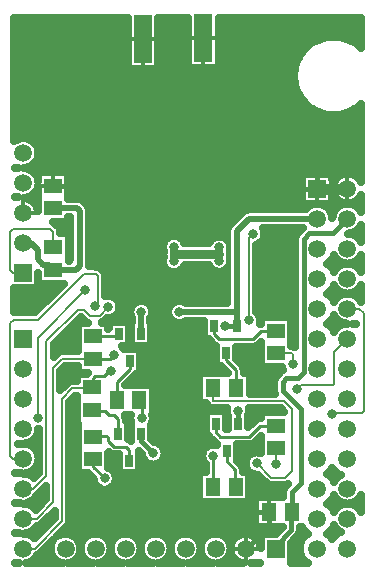
<source format=gbr>
G04 DipTrace 3.0.0.1*
G04 Bottom.gbr*
%MOIN*%
G04 #@! TF.FileFunction,Copper,L2,Bot*
G04 #@! TF.Part,Single*
G04 #@! TA.AperFunction,Conductor*
%ADD10C,0.01*%
%ADD14C,0.007*%
%ADD15C,0.015*%
%ADD16C,0.035*%
%ADD18C,0.02*%
G04 #@! TA.AperFunction,CopperBalancing*
%ADD19C,0.025*%
G04 #@! TA.AperFunction,Conductor*
%ADD20C,0.03*%
G04 #@! TA.AperFunction,CopperBalancing*
%ADD21C,0.012992*%
%ADD22R,0.059843X0.159843*%
%ADD24R,0.051181X0.059055*%
%ADD25R,0.059055X0.051181*%
G04 #@! TA.AperFunction,ComponentPad*
%ADD26R,0.059055X0.059055*%
%ADD27C,0.059055*%
%ADD29R,0.025591X0.041339*%
G04 #@! TA.AperFunction,ViaPad*
%ADD32C,0.031496*%
%FSLAX26Y26*%
G04*
G70*
G90*
G75*
G01*
G04 Bottom*
%LPD*%
X1299213Y1125984D2*
D14*
X1350788D1*
X1354725Y1122047D1*
Y1091732D1*
X1299213Y811024D2*
Y759843D1*
X1300000Y759055D1*
X1276299Y599103D2*
D15*
Y554457D1*
X1197449Y475607D1*
X718504Y634646D2*
X909449D1*
X1056693Y568898D2*
X975197D1*
X909449Y634646D1*
X1276299Y599103D2*
X1086898D1*
X1056693Y568898D1*
X619685Y835827D2*
D10*
Y601969D1*
X661418Y560236D1*
X556168Y1685192D2*
D15*
X621281D1*
X669292Y1733202D1*
X1437126Y1675701D2*
Y1745158D1*
X1292061Y1890223D1*
X1117984Y1385701D2*
X1121921D1*
X1140158Y1403937D1*
Y1578347D1*
X1236614Y1674803D1*
X1436229D1*
X1437126Y1675701D1*
X1117984Y1385701D2*
X986488D1*
X938977Y1338189D1*
X914173Y1313386D1*
Y828740D1*
X928740Y814173D1*
Y653937D1*
X909449Y634646D1*
X1537126Y1675701D2*
D16*
X1437126D1*
X813780Y1338189D2*
D15*
X938977D1*
X1097701Y891701D2*
D10*
Y863323D1*
X1112599Y848425D1*
X1210236D1*
X1247244Y885433D1*
X1298819D1*
X1299213Y885827D1*
X456764Y1493496D2*
D18*
X482488D1*
X504725Y1471260D1*
Y1439764D1*
X524016Y1420473D1*
X541995D1*
X557349Y1405118D1*
X556168Y1610389D2*
X636068D1*
X644488Y1601969D1*
Y1416929D1*
X632677Y1405118D1*
X557349D1*
X1297449Y475607D2*
D15*
Y484063D1*
X1350000Y536614D1*
Y598000D1*
X1351103Y599103D1*
Y663701D1*
X1381496Y694095D1*
Y941732D1*
X1321260Y1001969D1*
Y1032284D1*
X1333465Y1044488D1*
X1370866D1*
X1390945Y1064567D1*
Y1508662D1*
X1409843Y1527559D1*
X1488984D1*
X1537126Y1575701D1*
X958662Y1482284D2*
D19*
Y1457389D1*
Y1433465D1*
X1109843Y1435701D2*
Y1457389D1*
Y1479528D1*
D20*
D3*
X958662Y1482284D2*
D3*
X1109843Y1457389D2*
X958662D1*
X456764Y1393496D2*
D14*
X421465D1*
X412205Y1402756D1*
Y1531890D1*
X421654Y1541339D1*
X546851D1*
X556299Y1531890D1*
Y1480971D1*
X557349Y1479921D1*
X505512Y910630D2*
Y1178347D1*
X663780Y1336614D1*
X457349Y775722D2*
X421523D1*
X412205Y785040D1*
Y1225984D1*
X424803Y1238583D1*
X506693D1*
X660236Y1392126D1*
X698425D1*
X706299Y1384252D1*
Y1296063D1*
X694095Y1283858D1*
X457349Y675722D2*
X490683D1*
X533858Y718898D1*
Y1166142D1*
X638189Y1270473D1*
X659055D1*
X677559Y1251969D1*
X711024D1*
X739764Y1280709D1*
X687701Y1107898D2*
D10*
X745299D1*
X759843Y1122441D1*
X457349Y575722D2*
D14*
X501706D1*
X556299Y630315D1*
Y1079134D1*
X586221Y1109055D1*
X686544D1*
X687701Y1107898D1*
X750000Y1067323D2*
D10*
X741732D1*
X724410Y1050000D1*
X694882D1*
X690158Y1045276D1*
Y1015961D1*
X687299Y1013103D1*
X457349Y475722D2*
D14*
X494226D1*
X585040Y566536D1*
Y975197D1*
X619292Y1009449D1*
X683646D1*
X687299Y1013103D1*
X1209449Y1236221D2*
Y1510630D1*
X1223229Y1524410D1*
X1089898Y1010701D2*
Y968244D1*
X1089370Y967717D1*
X1324803D1*
X1351575Y940945D1*
Y734646D1*
X1329134Y712205D1*
X1281890D1*
X1234646Y759449D1*
X1093496Y1216654D2*
D10*
Y1190362D1*
X1109843Y1174016D1*
X1223622D1*
X1250000Y1200394D1*
X1298819D1*
X1299213Y1200788D1*
X1437126Y1575701D2*
D18*
X1209559D1*
X1167717Y1533858D1*
Y1217236D1*
X1168299Y1216654D1*
X849827Y1190575D2*
Y1264173D1*
X976772D2*
X1161418D1*
X1168299Y1256504D1*
Y1216654D1*
X847827Y858575D2*
D15*
Y835244D1*
X890158Y792914D1*
X1172504Y891701D2*
Y933528D1*
X1129921Y1216929D2*
X1168575D1*
X1168299Y1216654D1*
X1135103Y801150D2*
D10*
Y766079D1*
X1163780Y737402D1*
Y681425D1*
X1164504Y680701D1*
X1130898Y1126103D2*
Y1105323D1*
X1165355Y1070866D1*
Y1011355D1*
X1164701Y1010701D1*
X688701Y773898D2*
Y748701D1*
X727953Y709449D1*
X687701Y1182701D2*
X767150D1*
X775024Y1190575D1*
X1089701Y680701D2*
X1089764Y784189D1*
X850788Y910630D2*
Y964614D1*
X843103Y972299D1*
X812425Y1100024D2*
Y1074236D1*
X769685Y1031496D1*
Y973685D1*
X768299Y972299D1*
X773024Y858575D2*
Y907292D1*
X760236Y920079D1*
X742914D1*
X727559Y935433D1*
X690166D1*
X687299Y938299D1*
X810425Y768024D2*
Y803748D1*
X799213Y814961D1*
X759055D1*
X738977Y835040D1*
Y846457D1*
X733858Y851575D1*
X691575D1*
X688701Y848701D1*
X1537126Y1175701D2*
D14*
Y1175315D1*
X1492126Y1130315D1*
Y1025197D1*
X1488583Y1021654D1*
X1382677D1*
X1368504Y1007481D1*
X1537126Y1275701D2*
X1576268D1*
X1591732Y1260236D1*
Y934646D1*
X1585433Y928347D1*
X1489370D1*
X1486614Y925591D1*
D32*
X1354725Y1091732D3*
X1300000Y759055D3*
X718504Y634646D3*
X909449D3*
X1056693Y568898D3*
D3*
X619685Y835827D3*
X661418Y560236D3*
X1117984Y1385701D3*
D3*
X813780Y1338189D3*
X958662Y1433465D3*
X1109843Y1435701D3*
X505512Y910630D3*
X663780Y1336614D3*
X694095Y1283858D3*
X739764Y1280709D3*
X759843Y1122441D3*
X750000Y1067323D3*
X1209449Y1236221D3*
X1223229Y1524410D3*
X1234646Y759449D3*
X849827Y1264173D3*
X976772D3*
X890158Y792914D3*
X849827Y1264173D3*
X1172504Y933528D3*
X1129921Y1216929D3*
X727953Y709449D3*
X1089764Y784189D3*
X850788Y910630D3*
X1368504Y1007481D3*
X1486614Y925591D3*
X662730Y2205774D3*
X741470Y2204725D3*
X662599Y2126903D3*
X741339Y2125984D3*
X820079Y2048294D3*
X898819Y2047244D3*
X819948Y1969423D3*
X898688Y1968504D3*
X1056299Y2048294D3*
X1135040Y2047244D3*
X1056168Y1969423D3*
X1134908Y1968504D3*
X1135040Y2205774D3*
X1213780Y2204725D3*
X1134908Y2126903D3*
X1213649Y2125984D3*
X1135040Y1890683D3*
X1213780Y1889764D3*
X1213320Y1968963D3*
X1214239Y2047704D3*
X1292061Y1890223D3*
X1292979Y1968963D3*
X1292061Y2047704D3*
X1292979Y2126444D3*
X1371260Y2203806D3*
X1292520Y2204725D3*
X505118D3*
X583858Y2203675D3*
X504987Y2125853D3*
X583727Y2124935D3*
X505118Y2047244D3*
X583858Y2046194D3*
X504987Y1968373D3*
X583727Y1967454D3*
X583858Y1888845D3*
X505118Y1889764D3*
X958662Y1482284D3*
X1109843Y1479528D3*
X662730Y2048294D3*
X741470Y2047244D3*
X662599Y1969423D3*
X741339Y1968504D3*
X669292Y1733202D3*
X748032Y1732284D3*
X662599Y1890814D3*
X741339Y1889764D3*
X662467Y1811942D3*
X741208Y1811024D3*
X820210Y1811155D3*
X898950Y1810105D3*
X820079Y1732284D3*
X898819Y1731365D3*
X977691Y1812074D3*
X1056431Y1811024D3*
X977559Y1733202D3*
X1056299Y1732284D3*
X1135171Y1811155D3*
X1213911Y1810105D3*
X1135040Y1732284D3*
X1213780Y1731365D3*
X428726Y2218222D2*
D19*
X803658D1*
X909487D2*
X1004047D1*
X1109927D2*
X1579194D1*
X428726Y2193353D2*
X803658D1*
X909487D2*
X1004047D1*
X1109927D2*
X1579194D1*
X428726Y2168484D2*
X803658D1*
X909487D2*
X1004047D1*
X1109927D2*
X1430610D1*
X1550894D2*
X1579194D1*
X428726Y2143616D2*
X803658D1*
X909487D2*
X1004047D1*
X1109927D2*
X1395844D1*
X428726Y2118747D2*
X803658D1*
X909487D2*
X1004047D1*
X1109927D2*
X1376362D1*
X428726Y2093878D2*
X803658D1*
X909487D2*
X1004047D1*
X1109927D2*
X1364692D1*
X428726Y2069009D2*
X1358735D1*
X428726Y2044141D2*
X1357710D1*
X428726Y2019272D2*
X1361470D1*
X428726Y1994403D2*
X1370454D1*
X428726Y1969534D2*
X1386128D1*
X428726Y1944666D2*
X1412398D1*
X1569155D2*
X1579183D1*
X428726Y1919797D2*
X1579194D1*
X428726Y1894928D2*
X1579194D1*
X428726Y1870059D2*
X1579194D1*
X428726Y1845191D2*
X1579194D1*
X501479Y1820322D2*
X1579194D1*
X509243Y1795453D2*
X1579194D1*
X503726Y1770584D2*
X1579194D1*
X428726Y1745715D2*
X439482D1*
X474087D2*
X1579194D1*
X608706Y1720847D2*
X1384614D1*
X1489663D2*
X1513080D1*
X1561196D2*
X1579194D1*
X608706Y1695978D2*
X1384614D1*
X608706Y1671109D2*
X1384614D1*
X428726Y1646240D2*
X437823D1*
X475698D2*
X503658D1*
X608706D2*
X1384614D1*
X670523Y1621372D2*
X1414204D1*
X1460024D2*
X1514204D1*
X1560024D2*
X1579194D1*
X677504Y1596503D2*
X1184711D1*
X677504Y1571634D2*
X1159858D1*
X577651Y1546765D2*
X611470D1*
X677504D2*
X1137592D1*
X677504Y1521897D2*
X1134711D1*
X1263003D2*
X1363764D1*
X1558852D2*
X1579194D1*
X677504Y1497028D2*
X923042D1*
X994252D2*
X1075580D1*
X1251138D2*
X1360444D1*
X677504Y1472159D2*
X921332D1*
X1235952D2*
X1360444D1*
X677504Y1447290D2*
X921479D1*
X1235952D2*
X1360444D1*
X677504Y1422421D2*
X920454D1*
X1235952D2*
X1360444D1*
X1475698D2*
X1516743D1*
X1557534D2*
X1579194D1*
X728774Y1397553D2*
X945844D1*
X971450D2*
X1134711D1*
X1235952D2*
X1360444D1*
X732778Y1372684D2*
X1134711D1*
X1235952D2*
X1360444D1*
X509292Y1347815D2*
X579487D1*
X732778D2*
X1134711D1*
X1235952D2*
X1360444D1*
X428726Y1322946D2*
X554634D1*
X732778D2*
X1134711D1*
X1235952D2*
X1360444D1*
X1474966D2*
X1518159D1*
X1556070D2*
X1579194D1*
X428726Y1298078D2*
X529731D1*
X775356D2*
X831635D1*
X868032D2*
X958588D1*
X994986D2*
X1134711D1*
X1235952D2*
X1360444D1*
X428726Y1273209D2*
X504878D1*
X778872D2*
X811079D1*
X888588D2*
X938032D1*
X1235952D2*
X1360444D1*
X760903Y1248340D2*
X813471D1*
X886147D2*
X940424D1*
X1247280D2*
X1360444D1*
X627651Y1223471D2*
X635170D1*
X885610D2*
X1057710D1*
X1351723D2*
X1360437D1*
X1474282D2*
X1519771D1*
X1554507D2*
X1565243D1*
X602748Y1198603D2*
X635151D1*
X885610D2*
X1057710D1*
X1351723D2*
X1360437D1*
X577895Y1173734D2*
X635151D1*
X885610D2*
X1071675D1*
X1351723D2*
X1360437D1*
X560366Y1148865D2*
X635151D1*
X788735D2*
X1095112D1*
X1230336D2*
X1246647D1*
X848208Y1123996D2*
X1095112D1*
X1166714D2*
X1246675D1*
X848208Y1099128D2*
X1095112D1*
X1175650D2*
X1246675D1*
X587856Y1074259D2*
X635151D1*
X848208D2*
X1123383D1*
X1193130D2*
X1319184D1*
X582778Y1049390D2*
X634760D1*
X826138D2*
X1041303D1*
X1213295D2*
X1296576D1*
X582778Y1024521D2*
X597924D1*
X801284D2*
X1041303D1*
X1213295D2*
X1290767D1*
X891714Y999652D2*
X1041303D1*
X1213295D2*
X1290864D1*
X621059Y974784D2*
X634746D1*
X891714D2*
X1041303D1*
X611538Y949915D2*
X634760D1*
X891714D2*
X1070795D1*
X611538Y925046D2*
X634760D1*
X891714D2*
X1061910D1*
X1211391D2*
X1246675D1*
X611538Y900177D2*
X634760D1*
X801040D2*
X812398D1*
X889175D2*
X1061910D1*
X1208315D2*
X1223423D1*
X611538Y875309D2*
X636176D1*
X883608D2*
X1061910D1*
X611538Y850440D2*
X636176D1*
X883608D2*
X1073188D1*
X438687Y825571D2*
X507368D1*
X611538D2*
X636176D1*
X910806D2*
X1098774D1*
X1224038D2*
X1246675D1*
X611538Y800702D2*
X636176D1*
X929214D2*
X1053755D1*
X1170912D2*
X1246675D1*
X611538Y775834D2*
X636176D1*
X741226D2*
X774654D1*
X846206D2*
X854445D1*
X925894D2*
X1050874D1*
X1170912D2*
X1198579D1*
X611538Y750965D2*
X636176D1*
X741226D2*
X774654D1*
X846206D2*
X1061763D1*
X1187856D2*
X1195761D1*
X428726Y726096D2*
X448554D1*
X466176D2*
X504634D1*
X611538D2*
X672748D1*
X763882D2*
X1041108D1*
X1471596D2*
X1502680D1*
X611538Y701227D2*
X689008D1*
X766910D2*
X1041108D1*
X1213100D2*
X1256440D1*
X611538Y676358D2*
X708100D1*
X747768D2*
X1041108D1*
X1213100D2*
X1323628D1*
X503628Y651490D2*
X529780D1*
X611538D2*
X1041108D1*
X1213100D2*
X1320600D1*
X428726Y626621D2*
X445238D1*
X469448D2*
X516158D1*
X611538D2*
X1227730D1*
X1472378D2*
X1524946D1*
X1549293D2*
X1579194D1*
X611538Y601752D2*
X1227730D1*
X539322Y576883D2*
X558540D1*
X611538D2*
X1227730D1*
X507924Y552015D2*
X534076D1*
X606655D2*
X1227730D1*
X428726Y527146D2*
X442897D1*
X471792D2*
X509223D1*
X582095D2*
X1298432D1*
X1378872D2*
X1401070D1*
X1473159D2*
X1505708D1*
X642251Y502277D2*
X652641D1*
X742251D2*
X752641D1*
X842251D2*
X852641D1*
X942251D2*
X952641D1*
X1042251D2*
X1052641D1*
X1142251D2*
X1152641D1*
X1357778D2*
X1381928D1*
X532339Y477408D2*
X544987D1*
X1349966D2*
X1375630D1*
X504164Y452540D2*
X550580D1*
X1349966D2*
X1380366D1*
X428726Y427671D2*
X440945D1*
X473794D2*
X580610D1*
X614272D2*
X680610D1*
X714272D2*
X780610D1*
X814272D2*
X880610D1*
X914272D2*
X980610D1*
X1014272D2*
X1080610D1*
X1114272D2*
X1180610D1*
X1214272D2*
X1244916D1*
X1349966D2*
X1400336D1*
X907009Y2243097D2*
Y2075175D1*
X806167D1*
Y2243095D1*
X426156Y2243091D1*
X426201Y1833082D1*
X434051Y1838071D1*
X441305Y1841075D1*
X448939Y1842908D1*
X456764Y1843524D1*
X464589Y1842908D1*
X472223Y1841075D1*
X479477Y1838071D1*
X486170Y1833970D1*
X492139Y1828872D1*
X497238Y1822902D1*
X501339Y1816209D1*
X504343Y1808956D1*
X506176Y1801322D1*
X506792Y1793496D1*
X506176Y1785671D1*
X504343Y1778037D1*
X501339Y1770784D1*
X497238Y1764091D1*
X492139Y1758121D1*
X486170Y1753023D1*
X479477Y1748921D1*
X472223Y1745918D1*
X464589Y1744084D1*
X457853Y1743512D1*
X464589Y1742908D1*
X472223Y1741075D1*
X479477Y1738071D1*
X486170Y1733970D1*
X492139Y1728872D1*
X497238Y1722902D1*
X501339Y1716209D1*
X504343Y1708956D1*
X506141Y1701601D1*
Y1731282D1*
X606196D1*
Y1640882D1*
X638461Y1640794D1*
X645494Y1639397D1*
X652004Y1636394D1*
X657635Y1631956D1*
X669163Y1619897D1*
X672667Y1613641D1*
X674613Y1606740D1*
X674988Y1601969D1*
Y1416920D1*
X685236Y1416126D1*
X702180Y1415831D1*
X707610Y1414299D1*
X712532Y1411542D1*
X720646Y1403848D1*
X725715Y1398358D1*
X728473Y1393437D1*
X730004Y1388007D1*
X730299Y1371752D1*
Y1316820D1*
X736834Y1317952D1*
X742694D1*
X748484Y1317034D1*
X754061Y1315223D1*
X759284Y1312562D1*
X764026Y1309116D1*
X768171Y1304971D1*
X771617Y1300229D1*
X774278Y1295005D1*
X776089Y1289429D1*
X777007Y1283639D1*
Y1277778D1*
X776089Y1271988D1*
X774278Y1266412D1*
X771617Y1261189D1*
X768171Y1256446D1*
X764026Y1252302D1*
X759284Y1248856D1*
X754061Y1246194D1*
X748484Y1244383D1*
X742694Y1243466D1*
X736503Y1243505D1*
X725130Y1232553D1*
X720209Y1229795D1*
X718433Y1229142D1*
X737729Y1228792D1*
Y1208235D1*
X741729Y1211906D1*
Y1231744D1*
X808319D1*
Y1149406D1*
X785711D1*
X790066Y1144399D1*
X792128Y1141191D1*
X845721Y1141193D1*
Y1058855D1*
X832781D1*
X821618Y1047366D1*
X796586Y1022335D1*
X889193Y1022327D1*
Y922272D1*
X886318Y922175D1*
X887687Y916474D1*
X888146Y910630D1*
X887687Y904786D1*
X886318Y899086D1*
X884074Y893670D1*
X881120Y888834D1*
X881122Y841589D1*
X892450Y830218D1*
X898878Y829239D1*
X904454Y827428D1*
X909677Y824767D1*
X914420Y821320D1*
X918565Y817176D1*
X922011Y812433D1*
X924672Y807210D1*
X926483Y801634D1*
X927400Y795844D1*
Y789983D1*
X926483Y784193D1*
X924672Y778617D1*
X922011Y773394D1*
X918565Y768651D1*
X914420Y764507D1*
X909677Y761061D1*
X904454Y758399D1*
X898878Y756588D1*
X893088Y755671D1*
X887227D1*
X881437Y756588D1*
X875861Y758399D1*
X870638Y761061D1*
X865895Y764507D1*
X861751Y768651D1*
X858305Y773394D1*
X855643Y778617D1*
X853832Y784193D1*
X852891Y790589D1*
X843739Y799735D1*
X843721Y726855D1*
X777130D1*
Y789502D1*
X757054Y789540D1*
X751175Y790709D1*
X745731Y793218D1*
X741019Y796935D1*
X738729Y794988D1*
Y745232D1*
X744914Y742735D1*
X749911Y739672D1*
X754369Y735865D1*
X758176Y731407D1*
X761239Y726410D1*
X763483Y720994D1*
X764852Y715293D1*
X765311Y709449D1*
X764852Y703605D1*
X763483Y697904D1*
X761239Y692488D1*
X758176Y687491D1*
X754369Y683033D1*
X749911Y679226D1*
X744914Y676163D1*
X739498Y673919D1*
X733797Y672550D1*
X727953Y672091D1*
X722109Y672550D1*
X716408Y673919D1*
X710992Y676163D1*
X705995Y679226D1*
X701537Y683033D1*
X697730Y687491D1*
X694667Y692488D1*
X692423Y697904D1*
X691054Y703605D1*
X690643Y710697D1*
X673546Y727793D1*
X638673Y727807D1*
Y892213D1*
X637272Y892209D1*
X637320Y984390D1*
X633646Y985449D1*
X629202D1*
X609050Y965267D1*
X608966Y564652D1*
X607865Y559120D1*
X605503Y553996D1*
X602011Y549565D1*
X569659Y517214D1*
X578305Y521826D1*
X585771Y524252D1*
X593524Y525479D1*
X601374D1*
X609128Y524252D1*
X616593Y521826D1*
X623588Y518261D1*
X629940Y513647D1*
X635490Y508097D1*
X640104Y501746D1*
X643668Y494751D1*
X646095Y487285D1*
X647322Y479532D1*
X647433Y476696D1*
X648037Y483432D1*
X649870Y491066D1*
X652874Y498319D1*
X656975Y505012D1*
X662074Y510982D1*
X668044Y516080D1*
X674736Y520181D1*
X681990Y523185D1*
X689624Y525019D1*
X697449Y525634D1*
X705274Y525019D1*
X712908Y523185D1*
X720162Y520181D1*
X726855Y516080D1*
X732824Y510982D1*
X737923Y505012D1*
X742024Y498319D1*
X745028Y491066D1*
X746861Y483432D1*
X747433Y476696D1*
X748037Y483432D1*
X749870Y491066D1*
X752874Y498319D1*
X756975Y505012D1*
X762074Y510982D1*
X768044Y516080D1*
X774736Y520181D1*
X781990Y523185D1*
X789624Y525019D1*
X797449Y525634D1*
X805274Y525019D1*
X812908Y523185D1*
X820162Y520181D1*
X826855Y516080D1*
X832824Y510982D1*
X837923Y505012D1*
X842024Y498319D1*
X845028Y491066D1*
X846861Y483432D1*
X847433Y476696D1*
X848037Y483432D1*
X849870Y491066D1*
X852874Y498319D1*
X856975Y505012D1*
X862074Y510982D1*
X868044Y516080D1*
X874736Y520181D1*
X881990Y523185D1*
X889624Y525019D1*
X897449Y525634D1*
X905274Y525019D1*
X912908Y523185D1*
X920162Y520181D1*
X926855Y516080D1*
X932824Y510982D1*
X937923Y505012D1*
X942024Y498319D1*
X945028Y491066D1*
X946861Y483432D1*
X947433Y476696D1*
X948037Y483432D1*
X949870Y491066D1*
X952874Y498319D1*
X956975Y505012D1*
X962074Y510982D1*
X968044Y516080D1*
X974736Y520181D1*
X981990Y523185D1*
X989624Y525019D1*
X997449Y525634D1*
X1005274Y525019D1*
X1012908Y523185D1*
X1020162Y520181D1*
X1026855Y516080D1*
X1032824Y510982D1*
X1037923Y505012D1*
X1042024Y498319D1*
X1045028Y491066D1*
X1046861Y483432D1*
X1047433Y476696D1*
X1048037Y483432D1*
X1049870Y491066D1*
X1052874Y498319D1*
X1056975Y505012D1*
X1062074Y510982D1*
X1068044Y516080D1*
X1074736Y520181D1*
X1081990Y523185D1*
X1089624Y525019D1*
X1097449Y525634D1*
X1105274Y525019D1*
X1112908Y523185D1*
X1120162Y520181D1*
X1126855Y516080D1*
X1132824Y510982D1*
X1137923Y505012D1*
X1142024Y498319D1*
X1145028Y491066D1*
X1146861Y483432D1*
X1147433Y476696D1*
X1148033Y483408D1*
X1149753Y490701D1*
X1152542Y497655D1*
X1156340Y504116D1*
X1161058Y509936D1*
X1166593Y514986D1*
X1172822Y519152D1*
X1179601Y522343D1*
X1186782Y524483D1*
X1194202Y525529D1*
X1201694Y525453D1*
X1209092Y524260D1*
X1216229Y521975D1*
X1222942Y518651D1*
X1229086Y514360D1*
X1234520Y509201D1*
X1239121Y503286D1*
X1242788Y496752D1*
X1245437Y489744D1*
X1247011Y482418D1*
X1247421Y477780D1*
Y525634D1*
X1299424D1*
X1322008Y548219D1*
X1319890Y549075D1*
X1230209D1*
Y649130D1*
X1323128D1*
X1323448Y668082D1*
X1325234Y674416D1*
X1328450Y680159D1*
X1331303Y683500D1*
X1337553Y689750D1*
X1332889Y688500D1*
X1316634Y688205D1*
X1278135Y688500D1*
X1272705Y690032D1*
X1267784Y692789D1*
X1256080Y704074D1*
X1237576Y722206D1*
X1231715D1*
X1225925Y723124D1*
X1220349Y724935D1*
X1215126Y727596D1*
X1210383Y731042D1*
X1206239Y735187D1*
X1202793Y739929D1*
X1200131Y745152D1*
X1198320Y750729D1*
X1197403Y756519D1*
Y762379D1*
X1198320Y768170D1*
X1200131Y773746D1*
X1202793Y778969D1*
X1206239Y783711D1*
X1210383Y787856D1*
X1215126Y791302D1*
X1220349Y793963D1*
X1225925Y795774D1*
X1231715Y796692D1*
X1237576D1*
X1243366Y795774D1*
X1249181Y793853D1*
X1249185Y851309D1*
X1225225Y827795D1*
X1219995Y824866D1*
X1214226Y823239D1*
X1210236Y822925D1*
X1168391D1*
X1168398Y768832D1*
X1184410Y752390D1*
X1187339Y747160D1*
X1188966Y741391D1*
X1189280Y730713D1*
X1210595Y730729D1*
Y630673D1*
X1043610D1*
Y730729D1*
X1064265D1*
X1064247Y756937D1*
X1059541Y762231D1*
X1056478Y767229D1*
X1054234Y772645D1*
X1052865Y778345D1*
X1052406Y784189D1*
X1052865Y790033D1*
X1054234Y795734D1*
X1056478Y801150D1*
X1059541Y806147D1*
X1063348Y810605D1*
X1067806Y814412D1*
X1072803Y817475D1*
X1078219Y819719D1*
X1083920Y821088D1*
X1089764Y821547D1*
X1095608Y821088D1*
X1101814Y819533D1*
X1101807Y825361D1*
X1097610Y827795D1*
X1094567Y830394D1*
X1077071Y848335D1*
X1075954Y850007D1*
X1064406Y850532D1*
Y932870D1*
X1130996D1*
Y873935D1*
X1139210Y873925D1*
X1139209Y916596D1*
X1136974Y921983D1*
X1135605Y927684D1*
X1135146Y933528D1*
X1135605Y939372D1*
X1136592Y943715D1*
X1085616Y944012D1*
X1080185Y945544D1*
X1075264Y948301D1*
X1071121Y952130D1*
X1067986Y956820D1*
X1066544Y960307D1*
X1048488Y960673D1*
X1043807D1*
Y1060729D1*
X1139460D1*
X1115255Y1084903D1*
X1097603Y1084933D1*
Y1151681D1*
X1093282Y1154625D1*
X1074105Y1173802D1*
X1072862Y1175381D1*
X1060201Y1175484D1*
Y1233638D1*
X998381Y1233673D1*
X991068Y1229659D1*
X985492Y1227848D1*
X979702Y1226931D1*
X973841D1*
X968051Y1227848D1*
X962475Y1229659D1*
X957252Y1232320D1*
X952509Y1235767D1*
X948365Y1239911D1*
X944919Y1244654D1*
X942257Y1249877D1*
X940446Y1255453D1*
X939529Y1261243D1*
Y1267104D1*
X940446Y1272894D1*
X942257Y1278470D1*
X944919Y1283693D1*
X948365Y1288436D1*
X952509Y1292580D1*
X957252Y1296026D1*
X962475Y1298688D1*
X968051Y1300499D1*
X973841Y1301416D1*
X979702D1*
X985492Y1300499D1*
X991068Y1298688D1*
X996292Y1296026D1*
X998320Y1294671D1*
X1137172Y1294673D1*
X1137217Y1410253D1*
X1131801Y1405478D1*
X1126803Y1402415D1*
X1121387Y1400171D1*
X1115687Y1398802D1*
X1109843Y1398343D1*
X1103999Y1398802D1*
X1098298Y1400171D1*
X1092882Y1402415D1*
X1087885Y1405478D1*
X1083427Y1409285D1*
X1079620Y1413743D1*
X1076557Y1418740D1*
X1075150Y1421889D1*
X994170D1*
X991948Y1416504D1*
X988885Y1411507D1*
X985078Y1407049D1*
X980620Y1403242D1*
X975622Y1400179D1*
X970206Y1397935D1*
X964505Y1396566D1*
X958662Y1396107D1*
X952818Y1396566D1*
X947117Y1397935D1*
X941701Y1400179D1*
X936704Y1403242D1*
X932246Y1407049D1*
X928439Y1411507D1*
X925376Y1416504D1*
X923131Y1421920D1*
X921763Y1427621D1*
X921303Y1433465D1*
X921763Y1439309D1*
X923131Y1445009D1*
X924362Y1448230D1*
X923271Y1454604D1*
Y1460175D1*
X924142Y1465676D1*
X925038Y1468736D1*
X922860Y1476613D1*
X922414Y1482284D1*
X922860Y1487954D1*
X924188Y1493484D1*
X926365Y1498740D1*
X929336Y1503589D1*
X933030Y1507915D1*
X937356Y1511609D1*
X942205Y1514580D1*
X947461Y1516757D1*
X952991Y1518086D1*
X958662Y1518532D1*
X964332Y1518086D1*
X969862Y1516757D1*
X975118Y1514580D1*
X979967Y1511609D1*
X984293Y1507915D1*
X987987Y1503589D1*
X990958Y1498740D1*
X993302Y1492897D1*
X1076191Y1492889D1*
X1078936Y1498467D1*
X1082280Y1503068D1*
X1086302Y1507091D1*
X1090903Y1510435D1*
X1095971Y1513016D1*
X1101381Y1514774D1*
X1106999Y1515664D1*
X1112687D1*
X1118305Y1514774D1*
X1123714Y1513016D1*
X1128782Y1510435D1*
X1133383Y1507091D1*
X1137217Y1503273D1*
X1137311Y1536251D1*
X1138709Y1543284D1*
X1141711Y1549794D1*
X1146150Y1555425D1*
X1189751Y1598894D1*
X1195713Y1602877D1*
X1202439Y1605358D1*
X1209559Y1606201D1*
X1397499D1*
X1401751Y1611076D1*
X1407721Y1616175D1*
X1414414Y1620276D1*
X1421667Y1623280D1*
X1429301Y1625113D1*
X1434654Y1625673D1*
X1387099D1*
Y1725729D1*
X1487154D1*
X1487382Y1681025D1*
X1488736Y1688394D1*
X1491175Y1695479D1*
X1494643Y1702121D1*
X1499066Y1708170D1*
X1504343Y1713490D1*
X1510355Y1717962D1*
X1516966Y1721487D1*
X1524032Y1723984D1*
X1531390Y1725399D1*
X1538877Y1725698D1*
X1546324Y1724876D1*
X1553566Y1722950D1*
X1560439Y1719965D1*
X1566788Y1715987D1*
X1572473Y1711105D1*
X1577364Y1705428D1*
X1581670Y1698446D1*
X1581673Y1957206D1*
X1575673Y1951718D1*
X1567612Y1945362D1*
X1559076Y1939659D1*
X1550120Y1934642D1*
X1540797Y1930345D1*
X1531166Y1926792D1*
X1521285Y1924005D1*
X1511217Y1922003D1*
X1501021Y1920795D1*
X1490764Y1920393D1*
X1480507Y1920795D1*
X1470311Y1922003D1*
X1460243Y1924005D1*
X1450362Y1926792D1*
X1440731Y1930345D1*
X1431408Y1934642D1*
X1422452Y1939659D1*
X1413916Y1945362D1*
X1405855Y1951718D1*
X1398315Y1958685D1*
X1391348Y1966225D1*
X1384992Y1974286D1*
X1379289Y1982822D1*
X1374272Y1991778D1*
X1369975Y2001101D1*
X1366421Y2010732D1*
X1363635Y2020613D1*
X1361633Y2030681D1*
X1360425Y2040877D1*
X1360023Y2051134D1*
X1360425Y2061391D1*
X1361633Y2071587D1*
X1363635Y2081655D1*
X1366421Y2091536D1*
X1369975Y2101167D1*
X1374272Y2110490D1*
X1379289Y2119446D1*
X1384992Y2127982D1*
X1391348Y2136044D1*
X1398315Y2143583D1*
X1405855Y2150550D1*
X1413916Y2156906D1*
X1422452Y2162609D1*
X1431408Y2167626D1*
X1440731Y2171923D1*
X1450362Y2175477D1*
X1460243Y2178263D1*
X1470311Y2180265D1*
X1480507Y2181473D1*
X1490764Y2181876D1*
X1501021Y2181473D1*
X1511217Y2180265D1*
X1521285Y2178263D1*
X1531166Y2175477D1*
X1540797Y2171923D1*
X1550120Y2167626D1*
X1559076Y2162609D1*
X1567612Y2156906D1*
X1575673Y2150550D1*
X1581651Y2145025D1*
X1581673Y2243046D1*
X1107403Y2242986D1*
Y2077143D1*
X1006561D1*
Y2243091D1*
X907015D1*
X606196Y1579868D2*
Y1564298D1*
X554267Y1564164D1*
X559390Y1561802D1*
X563822Y1558310D1*
X575715Y1545996D1*
X578473Y1541075D1*
X580004Y1535645D1*
X580299Y1525982D1*
X607377Y1526012D1*
Y1435604D1*
X613988Y1441929D1*
Y1579869D1*
X606235Y1579889D1*
X506141Y1601554D2*
Y1685458D1*
X504343Y1678037D1*
X501339Y1670784D1*
X497238Y1664091D1*
X492139Y1658121D1*
X486170Y1653023D1*
X479477Y1648921D1*
X472223Y1645918D1*
X464589Y1644084D1*
X458515Y1643494D1*
X465962Y1642671D1*
X473204Y1640746D1*
X480076Y1637760D1*
X486425Y1633782D1*
X492110Y1628900D1*
X497002Y1623223D1*
X500990Y1616881D1*
X503986Y1610013D1*
X506142Y1601435D1*
X507282Y873315D2*
X506761Y867897D1*
X504928Y860263D1*
X501924Y853009D1*
X497823Y846316D1*
X492725Y840347D1*
X486755Y835248D1*
X480062Y831147D1*
X472809Y828143D1*
X465175Y826310D1*
X458439Y825738D1*
X465175Y825134D1*
X472809Y823301D1*
X480062Y820297D1*
X486755Y816196D1*
X492725Y811097D1*
X497823Y805128D1*
X501924Y798435D1*
X504928Y791181D1*
X506761Y783547D1*
X507377Y775722D1*
X506761Y767897D1*
X504928Y760263D1*
X501924Y753009D1*
X497823Y746316D1*
X492725Y740347D1*
X486755Y735248D1*
X480062Y731147D1*
X472809Y728143D1*
X465175Y726310D1*
X458439Y725738D1*
X465175Y725134D1*
X472809Y723301D1*
X480062Y720297D1*
X486755Y716196D1*
X492398Y711399D1*
X509831Y728811D1*
X509858Y873537D1*
X507310Y873343D1*
X502856Y655030D2*
X500004Y649583D1*
X495390Y643231D1*
X489840Y637681D1*
X483488Y633067D1*
X476494Y629503D1*
X469028Y627076D1*
X461274Y625849D1*
X458439Y625738D1*
X465175Y625134D1*
X472809Y623301D1*
X480062Y620297D1*
X486755Y616196D1*
X492725Y611097D1*
X497528Y605502D1*
X532278Y640236D1*
X532299Y683391D1*
X504789Y656306D1*
X503217Y655255D1*
X501197Y551711D2*
X497823Y546316D1*
X492725Y540347D1*
X486755Y535248D1*
X480062Y531147D1*
X472809Y528143D1*
X465175Y526310D1*
X458439Y525738D1*
X465175Y525134D1*
X472809Y523301D1*
X480062Y520297D1*
X486755Y516196D1*
X492725Y511097D1*
X494130Y509576D1*
X561051Y576488D1*
X561040Y601155D1*
X517293Y557473D1*
X512603Y554337D1*
X507309Y552385D1*
X501267Y551722D1*
X501916Y452996D2*
X497823Y446316D1*
X492725Y440347D1*
X486755Y435248D1*
X480062Y431147D1*
X472809Y428143D1*
X464246Y426201D1*
X589629D1*
X581990Y428028D1*
X574736Y431032D1*
X568044Y435133D1*
X562074Y440231D1*
X556975Y446201D1*
X552874Y452894D1*
X549870Y460147D1*
X548037Y467781D1*
X547421Y475607D1*
X548037Y483432D1*
X549870Y491066D1*
X552874Y498319D1*
X556012Y503570D1*
X508332Y456306D1*
X503403Y453546D1*
X506792Y1395331D2*
Y1343469D1*
X426176D1*
X426201Y1262574D1*
X496727Y1262583D1*
X593198Y1359030D1*
X507322Y1359028D1*
Y1394916D1*
X1347477Y494530D2*
Y426171D1*
X1404961Y426201D1*
X1398801Y430828D1*
X1392253Y437376D1*
X1386810Y444868D1*
X1382607Y453118D1*
X1379744Y461925D1*
X1378297Y471071D1*
Y480331D1*
X1379744Y489477D1*
X1382607Y498284D1*
X1386810Y506534D1*
X1392253Y514026D1*
X1398801Y520574D1*
X1405795Y525685D1*
X1398801Y530828D1*
X1392253Y537376D1*
X1386810Y544868D1*
X1384463Y549091D1*
X1378000Y548000D1*
X1377655Y532234D1*
X1375869Y525899D1*
X1372652Y520156D1*
X1369799Y516815D1*
X1347461Y494477D1*
X1189689Y426200D2*
X1181326Y428248D1*
X1174433Y431188D1*
X1168057Y435124D1*
X1162340Y439967D1*
X1157411Y445612D1*
X1153381Y451928D1*
X1150337Y458776D1*
X1148352Y466000D1*
X1147456Y474154D1*
X1146861Y467781D1*
X1145028Y460147D1*
X1142024Y452894D1*
X1137923Y446201D1*
X1132824Y440231D1*
X1126855Y435133D1*
X1120162Y431032D1*
X1112908Y428028D1*
X1105320Y426204D1*
X1189629Y426201D1*
X1089578Y426204D2*
X1081990Y428028D1*
X1074736Y431032D1*
X1068044Y435133D1*
X1062074Y440231D1*
X1056975Y446201D1*
X1052874Y452894D1*
X1049870Y460147D1*
X1048037Y467781D1*
X1047465Y474517D1*
X1046861Y467781D1*
X1045028Y460147D1*
X1042024Y452894D1*
X1037923Y446201D1*
X1032824Y440231D1*
X1026855Y435133D1*
X1020162Y431032D1*
X1012908Y428028D1*
X1005320Y426204D1*
X1089629Y426201D1*
X989578Y426204D2*
X981990Y428028D1*
X974736Y431032D1*
X968044Y435133D1*
X962074Y440231D1*
X956975Y446201D1*
X952874Y452894D1*
X949870Y460147D1*
X948037Y467781D1*
X947465Y474517D1*
X946861Y467781D1*
X945028Y460147D1*
X942024Y452894D1*
X937923Y446201D1*
X932824Y440231D1*
X926855Y435133D1*
X920162Y431032D1*
X912908Y428028D1*
X905320Y426204D1*
X989629Y426201D1*
X889578Y426204D2*
X881990Y428028D1*
X874736Y431032D1*
X868044Y435133D1*
X862074Y440231D1*
X856975Y446201D1*
X852874Y452894D1*
X849870Y460147D1*
X848037Y467781D1*
X847465Y474517D1*
X846861Y467781D1*
X845028Y460147D1*
X842024Y452894D1*
X837923Y446201D1*
X832824Y440231D1*
X826855Y435133D1*
X820162Y431032D1*
X812908Y428028D1*
X805320Y426204D1*
X889629Y426201D1*
X789578Y426204D2*
X781990Y428028D1*
X774736Y431032D1*
X768044Y435133D1*
X762074Y440231D1*
X756975Y446201D1*
X752874Y452894D1*
X749870Y460147D1*
X748037Y467781D1*
X747465Y474517D1*
X746861Y467781D1*
X745028Y460147D1*
X742024Y452894D1*
X737923Y446201D1*
X732824Y440231D1*
X726855Y435133D1*
X720162Y431032D1*
X712908Y428028D1*
X705320Y426204D1*
X789629Y426201D1*
X689578Y426204D2*
X681990Y428028D1*
X674736Y431032D1*
X668044Y435133D1*
X662074Y440231D1*
X656975Y446201D1*
X652874Y452894D1*
X649870Y460147D1*
X648037Y467781D1*
X647465Y474517D1*
X646861Y467781D1*
X645028Y460147D1*
X642024Y452894D1*
X637923Y446201D1*
X632824Y440231D1*
X626855Y435133D1*
X620162Y431032D1*
X612908Y428028D1*
X605320Y426204D1*
X689629Y426201D1*
X1164193Y1148473D2*
Y1108044D1*
X1184746Y1087427D1*
X1188075Y1082444D1*
X1190150Y1076819D1*
X1190855Y1070866D1*
Y1060759D1*
X1210792Y1060729D1*
Y991734D1*
X1295181Y991717D1*
X1293605Y997588D1*
X1293260Y1001969D1*
X1293347Y1034481D1*
X1294630Y1040936D1*
X1297386Y1046914D1*
X1301461Y1052083D1*
X1317007Y1067141D1*
X1322757Y1070360D1*
X1322872Y1072213D1*
X1320210Y1077436D1*
X1319302Y1079898D1*
X1249185Y1079894D1*
Y1163534D1*
X1238610Y1153386D1*
X1233381Y1150457D1*
X1227612Y1148830D1*
X1223622Y1148516D1*
X1164198D1*
X1205799Y916610D2*
Y880087D1*
X1230684Y904823D1*
X1235667Y908154D1*
X1241292Y910229D1*
X1247244Y910933D1*
X1249149D1*
X1249185Y931918D1*
X1326676D1*
X1314890Y943689D1*
X1208446Y943717D1*
X1209747Y936458D1*
Y930597D1*
X1208830Y924807D1*
X1207019Y919231D1*
X1205795Y916578D1*
X798567Y899744D2*
X806319D1*
Y839441D1*
X810790Y837681D1*
X814208Y835586D1*
X814532Y854906D1*
Y899744D1*
X815070D1*
X813545Y907700D1*
Y913561D1*
X814462Y919351D1*
X815293Y922272D1*
X797012Y922320D1*
X794767Y920616D1*
X797276Y915172D1*
X798445Y909293D1*
X798524Y899723D1*
X1261685Y1246878D2*
X1349240D1*
Y1149956D1*
X1354542Y1149689D1*
X1359973Y1148158D1*
X1361691Y1147365D1*
X1362945Y1152067D1*
X1363032Y1510858D1*
X1364315Y1517314D1*
X1367071Y1523292D1*
X1371146Y1528461D1*
X1387891Y1545206D1*
X1254265Y1545201D1*
X1257743Y1538706D1*
X1259554Y1533130D1*
X1260471Y1527340D1*
Y1521479D1*
X1259554Y1515689D1*
X1257743Y1510113D1*
X1255082Y1504890D1*
X1251635Y1500147D1*
X1247491Y1496003D1*
X1242748Y1492557D1*
X1237525Y1489895D1*
X1233439Y1488504D1*
X1233711Y1264628D1*
X1237856Y1260483D1*
X1241302Y1255740D1*
X1243963Y1250517D1*
X1245774Y1244941D1*
X1246692Y1239151D1*
Y1233290D1*
X1245193Y1225437D1*
X1248007Y1225815D1*
X1249185Y1229697D1*
Y1246878D1*
X1261685D1*
X650173Y1228792D2*
X671316D1*
X666663Y1230584D1*
X661973Y1233719D1*
X649091Y1246495D1*
X646320Y1244663D1*
X557849Y1156192D1*
X557858Y1114629D1*
X572114Y1128471D1*
X577036Y1131229D1*
X582466Y1132760D1*
X598721Y1133055D1*
X637637D1*
X637673Y1228792D1*
X650173D1*
X670785Y1061807D2*
X637673D1*
Y1085099D1*
X596163Y1085055D1*
X580301Y1069193D1*
X580299Y1004378D1*
X605185Y1028865D1*
X610107Y1031622D1*
X615537Y1033154D1*
X631792Y1033449D1*
X637309D1*
X637272Y1059193D1*
X668767D1*
X669533Y1060271D1*
X1487154Y1673356D2*
Y1625673D1*
X1441051Y1625574D1*
X1448805Y1624347D1*
X1456271Y1621920D1*
X1463265Y1618356D1*
X1469617Y1613742D1*
X1475167Y1608192D1*
X1479781Y1601840D1*
X1483345Y1594845D1*
X1485772Y1587379D1*
X1486999Y1579626D1*
X1487110Y1576790D1*
X1487714Y1583526D1*
X1489547Y1591160D1*
X1492551Y1598414D1*
X1496652Y1605107D1*
X1501751Y1611076D1*
X1507721Y1616175D1*
X1514414Y1620276D1*
X1521667Y1623280D1*
X1529301Y1625113D1*
X1536037Y1625685D1*
X1528256Y1626466D1*
X1521003Y1628343D1*
X1514110Y1631282D1*
X1507734Y1635218D1*
X1502017Y1640062D1*
X1497088Y1645706D1*
X1493058Y1652023D1*
X1490015Y1658870D1*
X1488029Y1666095D1*
X1487154Y1673408D1*
X1581675Y1652970D2*
X1576963Y1645440D1*
X1571996Y1639828D1*
X1566248Y1635023D1*
X1559845Y1631130D1*
X1552933Y1628236D1*
X1545667Y1626408D1*
X1538649Y1625706D1*
X1544952Y1625113D1*
X1552586Y1623280D1*
X1559839Y1620276D1*
X1566532Y1616175D1*
X1572502Y1611076D1*
X1577600Y1605107D1*
X1581679Y1598453D1*
X1581673Y1652910D1*
X1581679Y1552949D2*
X1577600Y1546295D1*
X1572502Y1540326D1*
X1566532Y1535227D1*
X1559839Y1531126D1*
X1552586Y1528122D1*
X1544952Y1526289D1*
X1538215Y1525717D1*
X1544952Y1525113D1*
X1552586Y1523280D1*
X1559839Y1520276D1*
X1566532Y1516175D1*
X1572502Y1511076D1*
X1577600Y1505107D1*
X1581679Y1498453D1*
X1581673Y1552910D1*
X1492003Y1454086D2*
X1487442Y1444868D1*
X1481999Y1437376D1*
X1475452Y1430828D1*
X1468457Y1425717D1*
X1475452Y1420574D1*
X1481999Y1414026D1*
X1487442Y1406534D1*
X1492003Y1397316D1*
X1496652Y1405107D1*
X1501751Y1411076D1*
X1507721Y1416175D1*
X1514414Y1420276D1*
X1521667Y1423280D1*
X1529301Y1425113D1*
X1536037Y1425685D1*
X1529301Y1426289D1*
X1521667Y1428122D1*
X1514414Y1431126D1*
X1507721Y1435227D1*
X1501751Y1440326D1*
X1496652Y1446295D1*
X1492044Y1454089D1*
X1581679Y1452949D2*
X1577600Y1446295D1*
X1572502Y1440326D1*
X1566532Y1435227D1*
X1559839Y1431126D1*
X1552586Y1428122D1*
X1544952Y1426289D1*
X1538215Y1425717D1*
X1544952Y1425113D1*
X1552586Y1423280D1*
X1559839Y1420276D1*
X1566532Y1416175D1*
X1572502Y1411076D1*
X1577600Y1405107D1*
X1581679Y1398453D1*
X1581673Y1452910D1*
X1492003Y1354086D2*
X1487442Y1344868D1*
X1481999Y1337376D1*
X1475452Y1330828D1*
X1468457Y1325717D1*
X1475452Y1320574D1*
X1481999Y1314026D1*
X1487442Y1306534D1*
X1492003Y1297316D1*
X1496652Y1305107D1*
X1501751Y1311076D1*
X1507721Y1316175D1*
X1514414Y1320276D1*
X1521667Y1323280D1*
X1529301Y1325113D1*
X1536037Y1325685D1*
X1529301Y1326289D1*
X1521667Y1328122D1*
X1514414Y1331126D1*
X1507721Y1335227D1*
X1501751Y1340326D1*
X1496652Y1346295D1*
X1492044Y1354089D1*
X1581679Y1352949D2*
X1577600Y1346295D1*
X1572502Y1340326D1*
X1566532Y1335227D1*
X1559839Y1331126D1*
X1552586Y1328122D1*
X1544952Y1326289D1*
X1538215Y1325717D1*
X1544952Y1325113D1*
X1552586Y1323280D1*
X1559839Y1320276D1*
X1566532Y1316175D1*
X1572502Y1311076D1*
X1577600Y1305107D1*
X1581273Y1299176D1*
X1581673Y1301201D1*
Y1352910D1*
X1492003Y1254086D2*
X1487442Y1244868D1*
X1481999Y1237376D1*
X1475452Y1230828D1*
X1468457Y1225717D1*
X1475452Y1220574D1*
X1481999Y1214026D1*
X1487442Y1206534D1*
X1492003Y1197316D1*
X1496652Y1205107D1*
X1501751Y1211076D1*
X1507721Y1216175D1*
X1514414Y1220276D1*
X1521667Y1223280D1*
X1529301Y1225113D1*
X1536037Y1225685D1*
X1529301Y1226289D1*
X1521667Y1228122D1*
X1514414Y1231126D1*
X1507721Y1235227D1*
X1501751Y1240326D1*
X1496652Y1246295D1*
X1492044Y1254089D1*
X1487110Y744370D2*
X1481999Y737376D1*
X1475452Y730828D1*
X1468457Y725717D1*
X1475452Y720574D1*
X1481999Y714026D1*
X1487442Y706534D1*
X1492003Y697316D1*
X1496652Y705107D1*
X1501751Y711076D1*
X1507721Y716175D1*
X1515515Y720784D1*
X1506293Y725385D1*
X1498801Y730828D1*
X1492253Y737376D1*
X1487142Y744370D1*
X1492003Y654086D2*
X1487442Y644868D1*
X1481999Y637376D1*
X1475452Y630828D1*
X1468457Y625717D1*
X1475452Y620574D1*
X1481999Y614026D1*
X1487442Y606534D1*
X1492003Y597316D1*
X1496652Y605107D1*
X1501751Y611076D1*
X1507721Y616175D1*
X1514414Y620276D1*
X1521667Y623280D1*
X1529301Y625113D1*
X1536037Y625685D1*
X1529301Y626289D1*
X1521667Y628122D1*
X1514414Y631126D1*
X1507721Y635227D1*
X1501751Y640326D1*
X1496652Y646295D1*
X1492044Y654089D1*
X1581679Y652949D2*
X1577600Y646295D1*
X1572502Y640326D1*
X1566532Y635227D1*
X1559839Y631126D1*
X1552586Y628122D1*
X1544952Y626289D1*
X1538215Y625717D1*
X1544952Y625113D1*
X1552586Y623280D1*
X1559839Y620276D1*
X1566532Y616175D1*
X1572502Y611076D1*
X1577600Y605107D1*
X1581679Y598453D1*
X1581673Y652910D1*
X1492003Y554086D2*
X1487442Y544868D1*
X1481999Y537376D1*
X1475452Y530828D1*
X1468457Y525717D1*
X1475452Y520574D1*
X1481999Y514026D1*
X1487110Y507032D1*
X1492253Y514026D1*
X1498801Y520574D1*
X1506293Y526017D1*
X1515511Y530578D1*
X1507721Y535227D1*
X1501751Y540326D1*
X1496652Y546295D1*
X1492044Y554089D1*
X819330Y1242625D2*
X816541Y1247213D1*
X814297Y1252629D1*
X812928Y1258330D1*
X812469Y1264173D1*
X812928Y1270017D1*
X814297Y1275718D1*
X816541Y1281134D1*
X819604Y1286131D1*
X823411Y1290589D1*
X827869Y1294397D1*
X832866Y1297460D1*
X838282Y1299704D1*
X843983Y1301072D1*
X849827Y1301532D1*
X855671Y1301072D1*
X861372Y1299704D1*
X866788Y1297460D1*
X871785Y1294397D1*
X876243Y1290589D1*
X880050Y1286131D1*
X883113Y1281134D1*
X885357Y1275718D1*
X886726Y1270017D1*
X887185Y1264173D1*
X886726Y1258330D1*
X885357Y1252629D1*
X883113Y1247213D1*
X881680Y1244654D1*
X880326Y1231744D1*
X883122D1*
Y1149406D1*
X816532D1*
Y1231744D1*
X819315D1*
X819327Y1242576D1*
X815313Y1249877D1*
X813502Y1255453D1*
X812584Y1261243D1*
Y1267104D1*
X813502Y1272894D1*
X815313Y1278470D1*
X817974Y1283693D1*
X821420Y1288436D1*
X825565Y1292580D1*
X830307Y1296026D1*
X835530Y1298688D1*
X841107Y1300499D1*
X846897Y1301416D1*
X852757D1*
X858547Y1300499D1*
X864124Y1298688D1*
X869347Y1296026D1*
X874089Y1292580D1*
X878234Y1288436D1*
X881680Y1283693D1*
X884341Y1278470D1*
X886152Y1272894D1*
X887070Y1267104D1*
Y1261243D1*
X886152Y1255453D1*
X884341Y1249877D1*
X881680Y1244654D1*
X880324Y1242625D1*
X880327Y1231702D1*
X881680Y1244654D1*
X880324Y1242625D1*
X856588Y2175596D2*
D21*
Y2075223D1*
X806215Y2175596D2*
X906961D1*
X1056982Y2177565D2*
Y2077192D1*
X1006609Y2177565D2*
X1107355D1*
X1276299Y649082D2*
Y549124D1*
X1230257Y599103D2*
X1276299D1*
X556168Y1731234D2*
Y1685192D1*
X506189D2*
X606147D1*
X456764Y1643475D2*
Y1593496D1*
X506743D1*
X1197449Y525586D2*
Y425628D1*
X1147470Y475607D2*
X1247428D1*
X1437126Y1725680D2*
Y1625722D1*
X1387147Y1675701D2*
X1487105D1*
X1537126Y1725680D2*
Y1625722D1*
X1487147Y1675701D2*
X1537126D1*
D22*
X856588Y2175596D3*
X1056982Y2177565D3*
D24*
X1351103Y599103D3*
X1276299D3*
D25*
X556168Y1610389D3*
Y1685192D3*
D26*
X457349Y1175722D3*
D27*
Y1075722D3*
Y975722D3*
Y875722D3*
Y775722D3*
Y675722D3*
Y575722D3*
Y475722D3*
D26*
X456764Y1393496D3*
D27*
Y1493496D3*
Y1593496D3*
Y1693496D3*
Y1793496D3*
D26*
X1297449Y475607D3*
D27*
X1197449D3*
X1097449D3*
X997449D3*
X897449D3*
X797449D3*
X697449D3*
X597449D3*
D29*
X1093496Y1216654D3*
X1168299D3*
X1130898Y1126103D3*
X1097701Y891701D3*
X1172504D3*
X1135103Y801150D3*
X775024Y1190575D3*
X849827D3*
X812425Y1100024D3*
X773024Y858575D3*
X847827D3*
X810425Y768024D3*
D25*
X1299213Y1200788D3*
Y1125984D3*
D24*
X1164701Y1010701D3*
X1089898D3*
D25*
X1299213Y885827D3*
Y811024D3*
D24*
X1164504Y680701D3*
X1089701D3*
D25*
X687701Y1182701D3*
Y1107898D3*
D24*
X768299Y972299D3*
X843103D3*
D25*
X687299Y938299D3*
Y1013103D3*
X688701Y848701D3*
Y773898D3*
X557349Y1405118D3*
Y1479921D3*
D26*
X1437126Y1675701D3*
D27*
X1537126D3*
X1437126Y1575701D3*
X1537126D3*
X1437126Y1475701D3*
X1537126D3*
X1437126Y1375701D3*
X1537126D3*
X1437126Y1275701D3*
X1537126D3*
X1437126Y1175701D3*
X1537126D3*
X1437126Y1075701D3*
X1537126D3*
X1437126Y975701D3*
X1537126D3*
X1437126Y875701D3*
X1537126D3*
X1437126Y775701D3*
X1537126D3*
X1437126Y675701D3*
X1537126D3*
X1437126Y575701D3*
X1537126D3*
X1437126Y475701D3*
X1537126D3*
M02*

</source>
